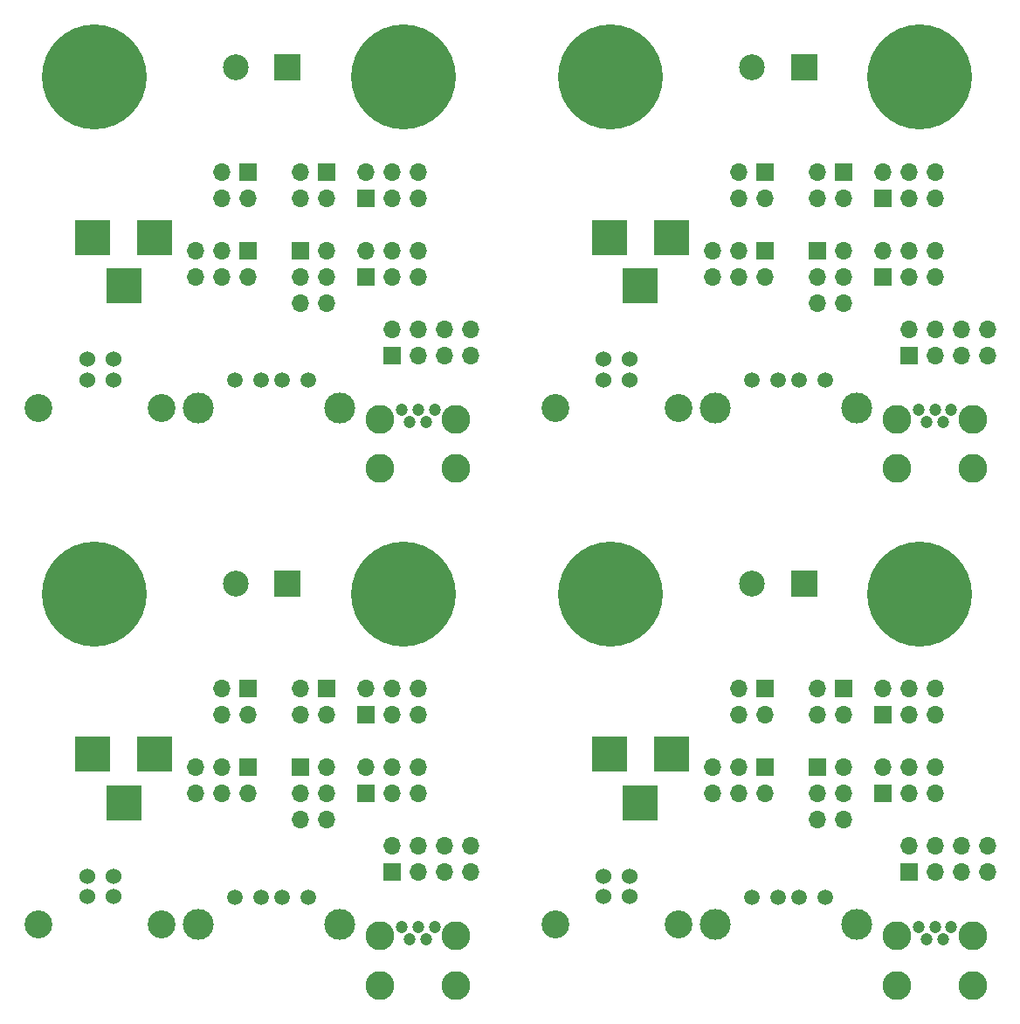
<source format=gbs>
%MOIN*%
%OFA0B0*%
%FSLAX46Y46*%
%IPPOS*%
%LPD*%
%ADD10C,0.0039370078740157488*%
%ADD11C,0.1063*%
%ADD12C,0.060000000000000005*%
%ADD13R,0.066929133858267723X0.066929133858267723*%
%ADD14O,0.066929133858267723X0.066929133858267723*%
%ADD15R,0.1378X0.1378*%
%ADD16C,0.4*%
%ADD17C,0.0470472440944882*%
%ADD18C,0.11023622047244094*%
%ADD19C,0.11810000000000001*%
%ADD20C,0.0591*%
%ADD21C,0.0984251968503937*%
%ADD22R,0.0984251968503937X0.0984251968503937*%
%ADD33C,0.0039370078740157488*%
%ADD34C,0.1063*%
%ADD35C,0.060000000000000005*%
%ADD36R,0.066929133858267723X0.066929133858267723*%
%ADD37O,0.066929133858267723X0.066929133858267723*%
%ADD38R,0.1378X0.1378*%
%ADD39C,0.4*%
%ADD40C,0.0470472440944882*%
%ADD41C,0.11023622047244094*%
%ADD42C,0.11810000000000001*%
%ADD43C,0.0591*%
%ADD44C,0.0984251968503937*%
%ADD45R,0.0984251968503937X0.0984251968503937*%
%ADD46C,0.0039370078740157488*%
%ADD47C,0.1063*%
%ADD48C,0.060000000000000005*%
%ADD49R,0.066929133858267723X0.066929133858267723*%
%ADD50O,0.066929133858267723X0.066929133858267723*%
%ADD51R,0.1378X0.1378*%
%ADD52C,0.4*%
%ADD53C,0.0470472440944882*%
%ADD54C,0.11023622047244094*%
%ADD55C,0.11810000000000001*%
%ADD56C,0.0591*%
%ADD57C,0.0984251968503937*%
%ADD58R,0.0984251968503937X0.0984251968503937*%
%ADD59C,0.0039370078740157488*%
%ADD60C,0.1063*%
%ADD61C,0.060000000000000005*%
%ADD62R,0.066929133858267723X0.066929133858267723*%
%ADD63O,0.066929133858267723X0.066929133858267723*%
%ADD64R,0.1378X0.1378*%
%ADD65C,0.4*%
%ADD66C,0.0470472440944882*%
%ADD67C,0.11023622047244094*%
%ADD68C,0.11810000000000001*%
%ADD69C,0.0591*%
%ADD70C,0.0984251968503937*%
%ADD71R,0.0984251968503937X0.0984251968503937*%
G01G01*
D10*
D11*
X0000003937Y0000003937D02*
X0000576337Y0000403937D03*
X0000103937Y0000403937D03*
D12*
X0000290137Y0000510237D03*
X0000390137Y0000510237D03*
X0000390137Y0000588937D03*
X0000290137Y0000588937D03*
D13*
X0000903937Y0001303937D03*
D14*
X0000903937Y0001203937D03*
X0000803937Y0001303937D03*
X0000803937Y0001203937D03*
X0001103937Y0001203937D03*
X0001103937Y0001303937D03*
X0001203937Y0001203937D03*
D13*
X0001203937Y0001303937D03*
X0001353937Y0001203937D03*
D14*
X0001353937Y0001303937D03*
X0001453937Y0001203937D03*
X0001453937Y0001303937D03*
X0001553937Y0001203937D03*
X0001553937Y0001303937D03*
X0001203937Y0000803937D03*
X0001103937Y0000803937D03*
X0001203937Y0000903937D03*
X0001103937Y0000903937D03*
X0001203937Y0001003937D03*
D13*
X0001103937Y0001003937D03*
X0000903937Y0001003937D03*
D14*
X0000903937Y0000903937D03*
X0000803937Y0001003937D03*
X0000803937Y0000903937D03*
X0000703937Y0001003937D03*
X0000703937Y0000903937D03*
X0001553937Y0001003937D03*
X0001553937Y0000903937D03*
X0001453937Y0001003937D03*
X0001453937Y0000903937D03*
X0001353937Y0001003937D03*
D13*
X0001353937Y0000903937D03*
D14*
X0001753937Y0000703937D03*
X0001753937Y0000603937D03*
X0001653937Y0000703937D03*
X0001653937Y0000603937D03*
X0001553937Y0000703937D03*
X0001553937Y0000603937D03*
X0001453937Y0000703937D03*
D13*
X0001453937Y0000603937D03*
D15*
X0000429937Y0000868937D03*
X0000311837Y0001053937D03*
X0000548037Y0001053937D03*
D16*
X0000316448Y0001665196D03*
X0001496448Y0001665196D03*
D17*
X0001490944Y0000395472D03*
X0001522440Y0000348228D03*
X0001553937Y0000395472D03*
X0001585433Y0000348228D03*
X0001616929Y0000395472D03*
D18*
X0001408267Y0000360039D03*
X0001699606Y0000360039D03*
X0001408267Y0000173031D03*
X0001699606Y0000173031D03*
D19*
X0000713935Y0000403941D03*
X0001253935Y0000403941D03*
D20*
X0000853935Y0000508941D03*
X0000953935Y0000508941D03*
X0001033935Y0000508941D03*
X0001133935Y0000508941D03*
D21*
X0000857086Y0001703937D03*
D22*
X0001053937Y0001703937D03*
G04 next file*
G04 #@! TF.GenerationSoftware,KiCad,Pcbnew,(2017-04-12 revision 02abf1804)-makepkg*
G04 #@! TF.CreationDate,2017-04-21T09:09:19+03:00*
G04 #@! TF.ProjectId,vbb,7662622E6B696361645F706362000000,rev?*
G04 #@! TF.FileFunction,Soldermask,Bot*
G04 #@! TF.FilePolarity,Negative*
G04 Gerber Fmt 4.6, Leading zero omitted, Abs format (unit mm)*
G04 Created by KiCad (PCBNEW (2017-04-12 revision 02abf1804)-makepkg) date 04/21/17 09:09:19*
G01G01*
G04 APERTURE LIST*
G04 APERTURE END LIST*
D33*
D34*
X0000003937Y0001976377D02*
X0000576337Y0002376377D03*
X0000103937Y0002376377D03*
D35*
X0000290137Y0002482677D03*
X0000390137Y0002482677D03*
X0000390137Y0002561377D03*
X0000290137Y0002561377D03*
D36*
X0000903937Y0003276377D03*
D37*
X0000903937Y0003176377D03*
X0000803937Y0003276377D03*
X0000803937Y0003176377D03*
X0001103937Y0003176377D03*
X0001103937Y0003276377D03*
X0001203937Y0003176377D03*
D36*
X0001203937Y0003276377D03*
X0001353937Y0003176377D03*
D37*
X0001353937Y0003276377D03*
X0001453937Y0003176377D03*
X0001453937Y0003276377D03*
X0001553937Y0003176377D03*
X0001553937Y0003276377D03*
X0001203937Y0002776377D03*
X0001103937Y0002776377D03*
X0001203937Y0002876377D03*
X0001103937Y0002876377D03*
X0001203937Y0002976377D03*
D36*
X0001103937Y0002976377D03*
X0000903937Y0002976377D03*
D37*
X0000903937Y0002876377D03*
X0000803937Y0002976377D03*
X0000803937Y0002876377D03*
X0000703937Y0002976377D03*
X0000703937Y0002876377D03*
X0001553937Y0002976377D03*
X0001553937Y0002876377D03*
X0001453937Y0002976377D03*
X0001453937Y0002876377D03*
X0001353937Y0002976377D03*
D36*
X0001353937Y0002876377D03*
D37*
X0001753937Y0002676377D03*
X0001753937Y0002576377D03*
X0001653937Y0002676377D03*
X0001653937Y0002576377D03*
X0001553937Y0002676377D03*
X0001553937Y0002576377D03*
X0001453937Y0002676377D03*
D36*
X0001453937Y0002576377D03*
D38*
X0000429937Y0002841377D03*
X0000311837Y0003026377D03*
X0000548037Y0003026377D03*
D39*
X0000316448Y0003637637D03*
X0001496448Y0003637637D03*
D40*
X0001490944Y0002367913D03*
X0001522440Y0002320669D03*
X0001553937Y0002367913D03*
X0001585433Y0002320669D03*
X0001616929Y0002367913D03*
D41*
X0001408267Y0002332480D03*
X0001699606Y0002332480D03*
X0001408267Y0002145472D03*
X0001699606Y0002145472D03*
D42*
X0000713935Y0002376382D03*
X0001253935Y0002376382D03*
D43*
X0000853935Y0002481382D03*
X0000953935Y0002481382D03*
X0001033935Y0002481382D03*
X0001133935Y0002481382D03*
D44*
X0000857086Y0003676377D03*
D45*
X0001053937Y0003676377D03*
G04 next file*
G04 #@! TF.GenerationSoftware,KiCad,Pcbnew,(2017-04-12 revision 02abf1804)-makepkg*
G04 #@! TF.CreationDate,2017-04-21T09:09:19+03:00*
G04 #@! TF.ProjectId,vbb,7662622E6B696361645F706362000000,rev?*
G04 #@! TF.FileFunction,Soldermask,Bot*
G04 #@! TF.FilePolarity,Negative*
G04 Gerber Fmt 4.6, Leading zero omitted, Abs format (unit mm)*
G04 Created by KiCad (PCBNEW (2017-04-12 revision 02abf1804)-makepkg) date 04/21/17 09:09:19*
G01G01*
G04 APERTURE LIST*
G04 APERTURE END LIST*
D46*
D47*
X0001976377Y0001976377D02*
X0002548778Y0002376377D03*
X0002076378Y0002376377D03*
D48*
X0002262578Y0002482677D03*
X0002362578Y0002482677D03*
X0002362578Y0002561377D03*
X0002262578Y0002561377D03*
D49*
X0002876377Y0003276377D03*
D50*
X0002876377Y0003176377D03*
X0002776377Y0003276377D03*
X0002776377Y0003176377D03*
X0003076377Y0003176377D03*
X0003076377Y0003276377D03*
X0003176377Y0003176377D03*
D49*
X0003176377Y0003276377D03*
X0003326377Y0003176377D03*
D50*
X0003326377Y0003276377D03*
X0003426377Y0003176377D03*
X0003426377Y0003276377D03*
X0003526377Y0003176377D03*
X0003526377Y0003276377D03*
X0003176377Y0002776377D03*
X0003076377Y0002776377D03*
X0003176377Y0002876377D03*
X0003076377Y0002876377D03*
X0003176377Y0002976377D03*
D49*
X0003076377Y0002976377D03*
X0002876377Y0002976377D03*
D50*
X0002876377Y0002876377D03*
X0002776377Y0002976377D03*
X0002776377Y0002876377D03*
X0002676377Y0002976377D03*
X0002676377Y0002876377D03*
X0003526377Y0002976377D03*
X0003526377Y0002876377D03*
X0003426377Y0002976377D03*
X0003426377Y0002876377D03*
X0003326377Y0002976377D03*
D49*
X0003326377Y0002876377D03*
D50*
X0003726377Y0002676377D03*
X0003726377Y0002576377D03*
X0003626377Y0002676377D03*
X0003626377Y0002576377D03*
X0003526377Y0002676377D03*
X0003526377Y0002576377D03*
X0003426377Y0002676377D03*
D49*
X0003426377Y0002576377D03*
D51*
X0002402377Y0002841377D03*
X0002284277Y0003026377D03*
X0002520477Y0003026377D03*
D52*
X0002288889Y0003637637D03*
X0003468889Y0003637637D03*
D53*
X0003463385Y0002367913D03*
X0003494881Y0002320669D03*
X0003526377Y0002367913D03*
X0003557874Y0002320669D03*
X0003589370Y0002367913D03*
D54*
X0003380708Y0002332480D03*
X0003672047Y0002332480D03*
X0003380708Y0002145472D03*
X0003672047Y0002145472D03*
D55*
X0002686376Y0002376382D03*
X0003226376Y0002376382D03*
D56*
X0002826376Y0002481382D03*
X0002926376Y0002481382D03*
X0003006376Y0002481382D03*
X0003106376Y0002481382D03*
D57*
X0002829527Y0003676377D03*
D58*
X0003026377Y0003676377D03*
G04 next file*
G04 #@! TF.GenerationSoftware,KiCad,Pcbnew,(2017-04-12 revision 02abf1804)-makepkg*
G04 #@! TF.CreationDate,2017-04-21T09:09:19+03:00*
G04 #@! TF.ProjectId,vbb,7662622E6B696361645F706362000000,rev?*
G04 #@! TF.FileFunction,Soldermask,Bot*
G04 #@! TF.FilePolarity,Negative*
G04 Gerber Fmt 4.6, Leading zero omitted, Abs format (unit mm)*
G04 Created by KiCad (PCBNEW (2017-04-12 revision 02abf1804)-makepkg) date 04/21/17 09:09:19*
G01G01*
G04 APERTURE LIST*
G04 APERTURE END LIST*
D59*
D60*
X0001976377Y0000003937D02*
X0002548778Y0000403937D03*
X0002076378Y0000403937D03*
D61*
X0002262578Y0000510237D03*
X0002362578Y0000510237D03*
X0002362578Y0000588937D03*
X0002262578Y0000588937D03*
D62*
X0002876377Y0001303937D03*
D63*
X0002876377Y0001203937D03*
X0002776377Y0001303937D03*
X0002776377Y0001203937D03*
X0003076377Y0001203937D03*
X0003076377Y0001303937D03*
X0003176377Y0001203937D03*
D62*
X0003176377Y0001303937D03*
X0003326377Y0001203937D03*
D63*
X0003326377Y0001303937D03*
X0003426377Y0001203937D03*
X0003426377Y0001303937D03*
X0003526377Y0001203937D03*
X0003526377Y0001303937D03*
X0003176377Y0000803937D03*
X0003076377Y0000803937D03*
X0003176377Y0000903937D03*
X0003076377Y0000903937D03*
X0003176377Y0001003937D03*
D62*
X0003076377Y0001003937D03*
X0002876377Y0001003937D03*
D63*
X0002876377Y0000903937D03*
X0002776377Y0001003937D03*
X0002776377Y0000903937D03*
X0002676377Y0001003937D03*
X0002676377Y0000903937D03*
X0003526377Y0001003937D03*
X0003526377Y0000903937D03*
X0003426377Y0001003937D03*
X0003426377Y0000903937D03*
X0003326377Y0001003937D03*
D62*
X0003326377Y0000903937D03*
D63*
X0003726377Y0000703937D03*
X0003726377Y0000603937D03*
X0003626377Y0000703937D03*
X0003626377Y0000603937D03*
X0003526377Y0000703937D03*
X0003526377Y0000603937D03*
X0003426377Y0000703937D03*
D62*
X0003426377Y0000603937D03*
D64*
X0002402377Y0000868937D03*
X0002284277Y0001053937D03*
X0002520477Y0001053937D03*
D65*
X0002288889Y0001665196D03*
X0003468889Y0001665196D03*
D66*
X0003463385Y0000395472D03*
X0003494881Y0000348228D03*
X0003526377Y0000395472D03*
X0003557874Y0000348228D03*
X0003589370Y0000395472D03*
D67*
X0003380708Y0000360039D03*
X0003672047Y0000360039D03*
X0003380708Y0000173031D03*
X0003672047Y0000173031D03*
D68*
X0002686376Y0000403941D03*
X0003226376Y0000403941D03*
D69*
X0002826376Y0000508941D03*
X0002926376Y0000508941D03*
X0003006376Y0000508941D03*
X0003106376Y0000508941D03*
D70*
X0002829527Y0001703937D03*
D71*
X0003026377Y0001703937D03*
M02*
</source>
